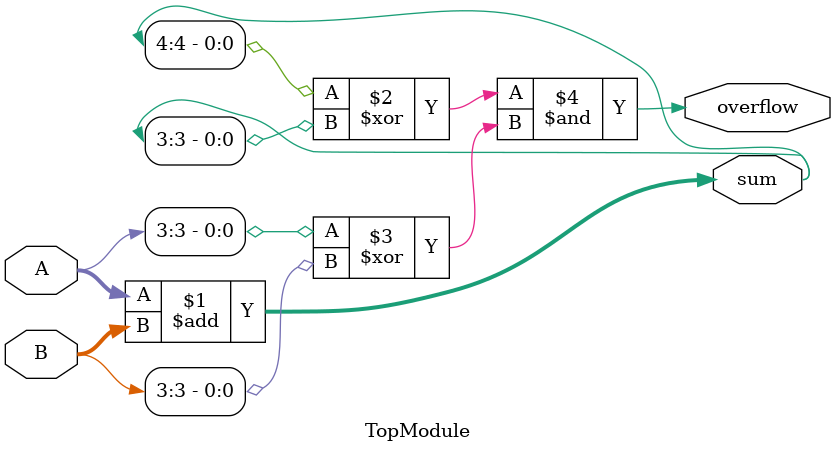
<source format=sv>
module TopModule (
    input logic [3:0] A,
    input logic [3:0] B,
    output logic [4:0] sum,
    output logic overflow
);

    assign sum = A + B;
    assign overflow = (sum[4] ^ sum[3]) & (A[3] ^ B[3]);

endmodule
</source>
